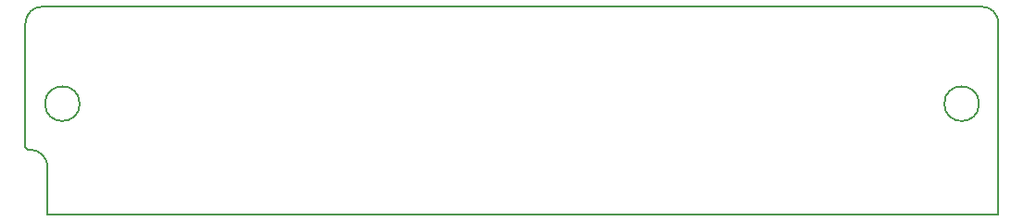
<source format=gm1>
G04 #@! TF.GenerationSoftware,KiCad,Pcbnew,(5.1.5-0-10_14)*
G04 #@! TF.CreationDate,2020-12-26T22:03:59-05:00*
G04 #@! TF.ProjectId,simm-30-4mb,73696d6d-2d33-4302-9d34-6d622e6b6963,rev?*
G04 #@! TF.SameCoordinates,Original*
G04 #@! TF.FileFunction,Profile,NP*
%FSLAX46Y46*%
G04 Gerber Fmt 4.6, Leading zero omitted, Abs format (unit mm)*
G04 Created by KiCad (PCBNEW (5.1.5-0-10_14)) date 2020-12-26 22:03:59*
%MOMM*%
%LPD*%
G04 APERTURE LIST*
%ADD10C,0.200000*%
%ADD11C,0.150000*%
G04 APERTURE END LIST*
D10*
X76454000Y-95631000D02*
G75*
G02X76200000Y-95377000I0J254000D01*
G01*
X76200000Y-84074000D02*
G75*
G02X77724000Y-82550000I1524000J0D01*
G01*
X163576000Y-82550000D02*
G75*
G02X165100000Y-84074000I0J-1524000D01*
G01*
X76581000Y-95631000D02*
X76454000Y-95631000D01*
X78232000Y-101600000D02*
X78232000Y-97282000D01*
D11*
X81153000Y-91440000D02*
G75*
G03X81153000Y-91440000I-1587500J0D01*
G01*
X163322000Y-91440000D02*
G75*
G03X163322000Y-91440000I-1587500J0D01*
G01*
D10*
X76200000Y-95377000D02*
X76200000Y-84074000D01*
X76581000Y-95631000D02*
G75*
G02X78232000Y-97282000I0J-1651000D01*
G01*
X165100000Y-84074000D02*
X165100000Y-101600000D01*
X77724000Y-82550000D02*
X163576000Y-82550000D01*
X165100000Y-101600000D02*
X78232000Y-101600000D01*
M02*

</source>
